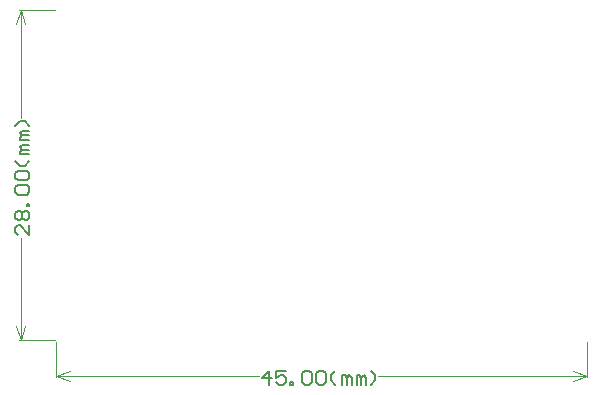
<source format=gm1>
G04*
G04 #@! TF.GenerationSoftware,Altium Limited,Altium Designer,22.4.2 (48)*
G04*
G04 Layer_Color=16711935*
%FSLAX26Y26*%
%MOIN*%
G70*
G04*
G04 #@! TF.SameCoordinates,6CEC26E3-1FB6-4E6F-AFBB-73261986176E*
G04*
G04*
G04 #@! TF.FilePolarity,Positive*
G04*
G01*
G75*
%ADD47C,0.003937*%
%ADD48C,0.006000*%
D47*
X-133858Y47244D02*
X-118110Y0D01*
X-102362Y47244D01*
X-118110Y1102362D02*
X-102362Y1055118D01*
X-133858D02*
X-118110Y1102362D01*
Y0D02*
Y342392D01*
Y740096D02*
Y1102362D01*
X-122047Y0D02*
X-3937D01*
X-122047Y1102362D02*
X-3937D01*
X0Y-118110D02*
X47244Y-102362D01*
X0Y-118110D02*
X47244Y-133858D01*
X1724409D02*
X1771653Y-118110D01*
X1724409Y-102362D02*
X1771653Y-118110D01*
X0D02*
X677038D01*
X1074742D02*
X1771653D01*
X0Y-122047D02*
Y-3937D01*
X1771653Y-122047D02*
Y-3937D01*
D48*
X-88496Y383815D02*
Y352329D01*
X-119982Y383815D01*
X-127853D01*
X-135725Y375943D01*
Y360200D01*
X-127853Y352329D01*
Y399558D02*
X-135725Y407429D01*
Y423172D01*
X-127853Y431043D01*
X-119982D01*
X-112110Y423172D01*
X-104239Y431043D01*
X-96367D01*
X-88496Y423172D01*
Y407429D01*
X-96367Y399558D01*
X-104239D01*
X-112110Y407429D01*
X-119982Y399558D01*
X-127853D01*
X-112110Y407429D02*
Y423172D01*
X-88496Y446786D02*
X-96367D01*
Y454658D01*
X-88496D01*
Y446786D01*
X-127853Y486144D02*
X-135725Y494015D01*
Y509758D01*
X-127853Y517630D01*
X-96367D01*
X-88496Y509758D01*
Y494015D01*
X-96367Y486144D01*
X-127853D01*
Y533373D02*
X-135725Y541244D01*
Y556987D01*
X-127853Y564859D01*
X-96367D01*
X-88496Y556987D01*
Y541244D01*
X-96367Y533373D01*
X-127853D01*
X-88496Y596344D02*
X-104239Y580601D01*
X-119982D01*
X-135725Y596344D01*
X-88496Y619959D02*
X-119982D01*
Y627830D01*
X-112110Y635702D01*
X-88496D01*
X-112110D01*
X-119982Y643573D01*
X-112110Y651445D01*
X-88496D01*
Y667188D02*
X-119982D01*
Y675059D01*
X-112110Y682931D01*
X-88496D01*
X-112110D01*
X-119982Y690802D01*
X-112110Y698673D01*
X-88496D01*
Y714416D02*
X-104239Y730159D01*
X-119982D01*
X-135725Y714416D01*
X710589Y-147725D02*
Y-100496D01*
X686975Y-124110D01*
X718460D01*
X765689Y-100496D02*
X734203D01*
Y-124110D01*
X749946Y-116239D01*
X757818D01*
X765689Y-124110D01*
Y-139853D01*
X757818Y-147725D01*
X742075D01*
X734203Y-139853D01*
X781432Y-147725D02*
Y-139853D01*
X789304D01*
Y-147725D01*
X781432D01*
X820789Y-108367D02*
X828661Y-100496D01*
X844404D01*
X852275Y-108367D01*
Y-139853D01*
X844404Y-147725D01*
X828661D01*
X820789Y-139853D01*
Y-108367D01*
X868018D02*
X875890Y-100496D01*
X891633D01*
X899504Y-108367D01*
Y-139853D01*
X891633Y-147725D01*
X875890D01*
X868018Y-139853D01*
Y-108367D01*
X930990Y-147725D02*
X915247Y-131982D01*
Y-116239D01*
X930990Y-100496D01*
X954605Y-147725D02*
Y-116239D01*
X962476D01*
X970347Y-124110D01*
Y-147725D01*
Y-124110D01*
X978219Y-116239D01*
X986090Y-124110D01*
Y-147725D01*
X1001833D02*
Y-116239D01*
X1009705D01*
X1017576Y-124110D01*
Y-147725D01*
Y-124110D01*
X1025448Y-116239D01*
X1033319Y-124110D01*
Y-147725D01*
X1049062D02*
X1064805Y-131982D01*
Y-116239D01*
X1049062Y-100496D01*
M02*

</source>
